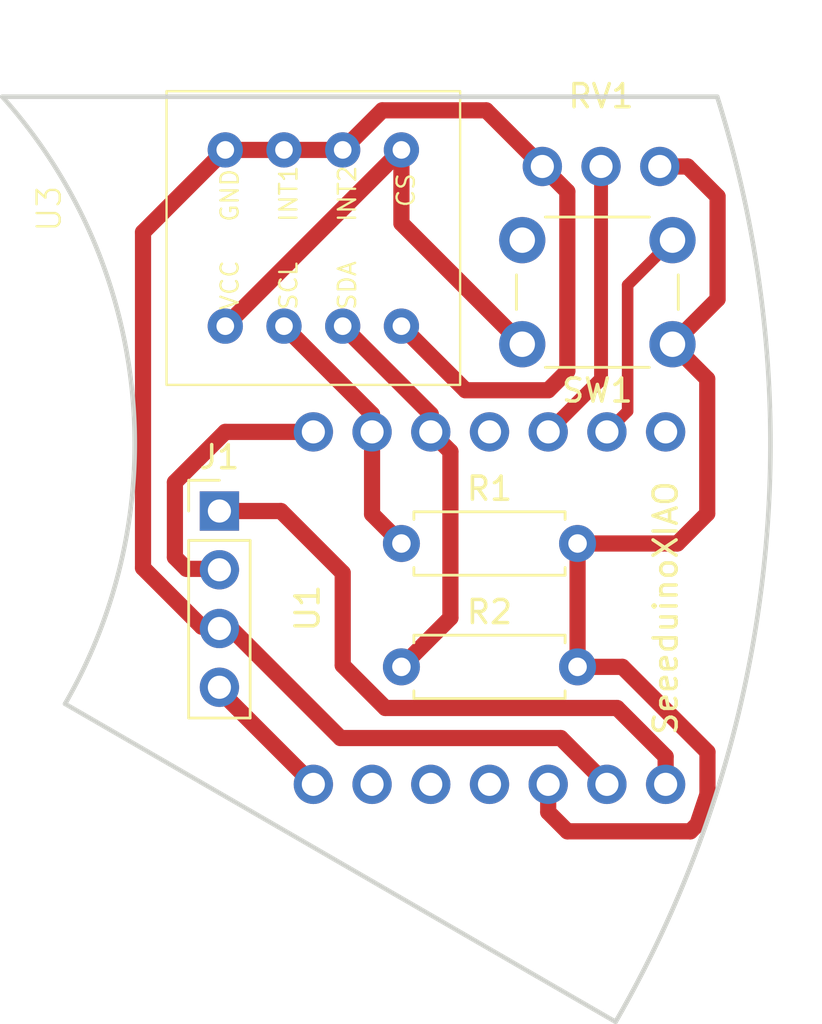
<source format=kicad_pcb>
(kicad_pcb (version 20221018) (generator pcbnew)
  (layers (0 "F.Cu" signal) (31 "B.Cu" signal) (34 "B.Paste" user) (35 "F.Paste" user) (36 "B.SilkS" user "B.Silkscreen") (37 "F.SilkS" user "F.Silkscreen") (38 "B.Mask" user) (39 "F.Mask" user) (44 "Edge.Cuts" user))
  (net 0 "")
  (net 1 "+5V")
  (net 2 "TX")
  (net 3 "GND")
  (net 4 "RX")
  (net 5 "SCL")
  (net 6 "+3V3")
  (net 7 "A1")
  (net 8 "A2")
  (net 14 "SDA")
  (footprint "Lib:L3GD20H_Module" (layer "F.Cu") (at 141.224 95.25 90)
    (fp_text reference "U3" (at 0 -12.7 90 unlocked) (layer "F.SilkS") (effects (font (thickness 0.1))))
    (fp_text value "~")
    (fp_text user "VCC" (at -4.445 -4.445 90 unlocked) (layer "F.SilkS") (effects (font (size 0.75 0.75) (thickness 0.1)) (justify left bottom)))
    (fp_text user "CS" (at 0 3.175 90 unlocked) (layer "F.SilkS") (effects (font (size 0.75 0.75) (thickness 0.1)) (justify left bottom)))
    (fp_text user "INT2" (at -0.635 0.635 90 unlocked) (layer "F.SilkS") (effects (font (size 0.75 0.75) (thickness 0.1)) (justify left bottom)))
    (fp_text user "GND" (at -0.635 -4.445 90 unlocked) (layer "F.SilkS") (effects (font (size 0.75 0.75) (thickness 0.1)) (justify left bottom)))
    (fp_text user "INT1" (at -0.635 -1.905 90 unlocked) (layer "F.SilkS") (effects (font (size 0.75 0.75) (thickness 0.1)) (justify left bottom)))
    (fp_text user "SDA" (at -4.445 0.635 90 unlocked) (layer "F.SilkS") (effects (font (size 0.75 0.75) (thickness 0.1)) (justify left bottom)))
    (fp_text user "SCL" (at -4.445 -1.905 90 unlocked) (layer "F.SilkS") (effects (font (size 0.75 0.75) (thickness 0.1)) (justify left bottom)))
    (fp_rect (start -7.62 5.08) (end 5.08 -7.62) (stroke (width 0.1)) (fill none) (layer "F.SilkS"))
    (pad "1" thru_hole circle (at -5.08 -5.08 90) (size 1.524 1.524) (drill 0.762) (layers "*.Cu" "*.Mask") (net 6 "+3V3"))
    (pad "2" thru_hole circle (at -5.08 -2.54 90) (size 1.524 1.524) (drill 0.762) (layers "*.Cu" "*.Mask") (net 5 "SCL"))
    (pad "3" thru_hole circle (at -5.08 0 90) (size 1.524 1.524) (drill 0.762) (layers "*.Cu" "*.Mask") (net 14 "SDA"))
    (pad "4" thru_hole circle (at -5.08 2.54 90) (size 1.524 1.524) (drill 0.762) (layers "*.Cu" "*.Mask") (net 3 "GND"))
    (pad "5" thru_hole circle (at 2.54 -5.08 90) (size 1.524 1.524) (drill 0.762) (layers "*.Cu" "*.Mask") (net 3 "GND"))
    (pad "6" thru_hole circle (at 2.54 -2.54 90) (size 1.524 1.524) (drill 0.762) (layers "*.Cu" "*.Mask") (net 3 "GND"))
    (pad "7" thru_hole circle (at 2.54 0 90) (size 1.524 1.524) (drill 0.762) (layers "*.Cu" "*.Mask") (net 3 "GND"))
    (pad "8" thru_hole circle (at 2.54 2.54 90) (size 1.524 1.524) (drill 0.762) (layers "*.Cu" "*.Mask") (net 6 "+3V3"))
  )
  (footprint "Lib:TA48033S" (layer "F.Cu") (at 152.4 90.886)
    (fp_text reference "RV1" (at 0 -0.5 unlocked) (layer "F.SilkS"))
    (fp_text value "R_Potentiometer_Trim_US")
    (pad "1" thru_hole circle (at -2.54 2.54) (size 1.7 1.7) (drill 1) (layers "*.Cu" "*.Mask") (net 3 "GND"))
    (pad "2" thru_hole circle (at 2.54 2.54) (size 1.7 1.7) (drill 1) (layers "*.Cu" "*.Mask") (net 6 "+3V3"))
    (pad "3" thru_hole circle (at 0 2.54) (size 1.7 1.7) (drill 1) (layers "*.Cu" "*.Mask") (net 7 "A1"))
  )
  (footprint "Resistor_THT:R_Axial_DIN0207_L6.3mm_D2.5mm_P7.62mm_Horizontal" (layer "F.Cu") (at 143.764 109.728)
    (fp_text reference "R1" (at 3.81 -2.37) (layer "F.SilkS"))
    (fp_text value "R")
    (fp_line (start 0.54 -1.37) (end 7.08 -1.37) (stroke (width 0.12)) (layer "F.SilkS"))
    (fp_line (start 0.54 -1.04) (end 0.54 -1.37) (stroke (width 0.12)) (layer "F.SilkS"))
    (fp_line (start 0.54 1.04) (end 0.54 1.37) (stroke (width 0.12)) (layer "F.SilkS"))
    (fp_line (start 0.54 1.37) (end 7.08 1.37) (stroke (width 0.12)) (layer "F.SilkS"))
    (fp_line (start 7.08 -1.37) (end 7.08 -1.04) (stroke (width 0.12)) (layer "F.SilkS"))
    (fp_line (start 7.08 1.37) (end 7.08 1.04) (stroke (width 0.12)) (layer "F.SilkS"))
    (pad "1" thru_hole circle (at 0 0) (size 1.6 1.6) (drill 0.8) (layers "*.Cu" "*.Mask") (net 5 "SCL"))
    (pad "2" thru_hole oval (at 7.62 0) (size 1.6 1.6) (drill 0.8) (layers "*.Cu" "*.Mask") (net 6 "+3V3"))
  )
  (footprint "Lib:seeeduinoXIAO" (layer "F.Cu") (at 147.574 112.522 90)
    (fp_text reference "U1" (at 0 -7.874 90) (layer "F.SilkS"))
    (fp_text value "SeeeduinoXIAO" (at 0 7.62 90) (layer "F.SilkS"))
    (pad "1" thru_hole circle (at 7.62 7.62 90) (size 1.7 1.7) (drill 1) (layers "*.Cu" "*.Mask"))
    (pad "2" thru_hole circle (at 7.62 5.08 90) (size 1.7 1.7) (drill 1) (layers "*.Cu" "*.Mask") (net 8 "A2"))
    (pad "3" thru_hole circle (at 7.62 2.54 90) (size 1.7 1.7) (drill 1) (layers "*.Cu" "*.Mask") (net 7 "A1"))
    (pad "4" thru_hole circle (at 7.62 0 90) (size 1.7 1.7) (drill 1) (layers "*.Cu" "*.Mask"))
    (pad "5" thru_hole circle (at 7.62 -2.54 90) (size 1.7 1.7) (drill 1) (layers "*.Cu" "*.Mask") (net 14 "SDA"))
    (pad "6" thru_hole circle (at 7.62 -5.08 90) (size 1.7 1.7) (drill 1) (layers "*.Cu" "*.Mask") (net 5 "SCL"))
    (pad "7" thru_hole circle (at 7.62 -7.62 90) (size 1.7 1.7) (drill 1) (layers "*.Cu" "*.Mask") (net 2 "TX"))
    (pad "8" thru_hole circle (at -7.62 -7.62 90) (size 1.7 1.7) (drill 1) (layers "*.Cu" "*.Mask") (net 4 "RX"))
    (pad "9" thru_hole circle (at -7.62 -5.08 90) (size 1.7 1.7) (drill 1) (layers "*.Cu" "*.Mask"))
    (pad "10" thru_hole circle (at -7.62 -2.54 90) (size 1.7 1.7) (drill 1) (layers "*.Cu" "*.Mask"))
    (pad "11" thru_hole circle (at -7.62 0 90) (size 1.7 1.7) (drill 1) (layers "*.Cu" "*.Mask"))
    (pad "12" thru_hole circle (at -7.62 2.54 90) (size 1.7 1.7) (drill 1) (layers "*.Cu" "*.Mask") (net 6 "+3V3"))
    (pad "13" thru_hole circle (at -7.62 5.08 90) (size 1.7 1.7) (drill 1) (layers "*.Cu" "*.Mask") (net 3 "GND"))
    (pad "14" thru_hole circle (at -7.62 7.62 90) (size 1.7 1.7) (drill 1) (layers "*.Cu" "*.Mask") (net 1 "+5V"))
  )
  (footprint "Connector_PinHeader_2.54mm:PinHeader_1x04_P2.54mm_Vertical" (layer "F.Cu") (at 135.89 108.324)
    (fp_text reference "J1" (at 0 -2.33) (layer "F.SilkS"))
    (fp_text value "Conn_01x04_Socket")
    (fp_line (start -1.33 -1.33) (end 0 -1.33) (stroke (width 0.12)) (layer "F.SilkS"))
    (fp_line (start -1.33 0) (end -1.33 -1.33) (stroke (width 0.12)) (layer "F.SilkS"))
    (fp_line (start -1.33 1.27) (end -1.33 8.95) (stroke (width 0.12)) (layer "F.SilkS"))
    (fp_line (start -1.33 1.27) (end 1.33 1.27) (stroke (width 0.12)) (layer "F.SilkS"))
    (fp_line (start -1.33 8.95) (end 1.33 8.95) (stroke (width 0.12)) (layer "F.SilkS"))
    (fp_line (start 1.33 1.27) (end 1.33 8.95) (stroke (width 0.12)) (layer "F.SilkS"))
    (pad "1" thru_hole rect (at 0 0) (size 1.7 1.7) (drill 1) (layers "*.Cu" "*.Mask") (net 1 "+5V"))
    (pad "2" thru_hole oval (at 0 2.54) (size 1.7 1.7) (drill 1) (layers "*.Cu" "*.Mask") (net 2 "TX"))
    (pad "3" thru_hole oval (at 0 5.08) (size 1.7 1.7) (drill 1) (layers "*.Cu" "*.Mask") (net 3 "GND"))
    (pad "4" thru_hole oval (at 0 7.62) (size 1.7 1.7) (drill 1) (layers "*.Cu" "*.Mask") (net 4 "RX"))
  )
  (footprint "Resistor_THT:R_Axial_DIN0207_L6.3mm_D2.5mm_P7.62mm_Horizontal" (layer "F.Cu") (at 143.764 115.062)
    (fp_text reference "R2" (at 3.81 -2.37) (layer "F.SilkS"))
    (fp_text value "R")
    (fp_line (start 0.54 -1.37) (end 7.08 -1.37) (stroke (width 0.12)) (layer "F.SilkS"))
    (fp_line (start 0.54 -1.04) (end 0.54 -1.37) (stroke (width 0.12)) (layer "F.SilkS"))
    (fp_line (start 0.54 1.04) (end 0.54 1.37) (stroke (width 0.12)) (layer "F.SilkS"))
    (fp_line (start 0.54 1.37) (end 7.08 1.37) (stroke (width 0.12)) (layer "F.SilkS"))
    (fp_line (start 7.08 -1.37) (end 7.08 -1.04) (stroke (width 0.12)) (layer "F.SilkS"))
    (fp_line (start 7.08 1.37) (end 7.08 1.04) (stroke (width 0.12)) (layer "F.SilkS"))
    (pad "1" thru_hole circle (at 0 0) (size 1.6 1.6) (drill 0.8) (layers "*.Cu" "*.Mask") (net 14 "SDA"))
    (pad "2" thru_hole oval (at 7.62 0) (size 1.6 1.6) (drill 0.8) (layers "*.Cu" "*.Mask") (net 6 "+3V3"))
  )
  (footprint "Button_Switch_THT:SW_PUSH_6mm_H7.3mm" (layer "F.Cu") (at 155.491251 101.111731 180)
    (fp_text reference "SW1" (at 3.25 -2) (layer "F.SilkS"))
    (fp_text value "SW_Push")
    (fp_line (start -0.25 1.5) (end -0.25 3) (stroke (width 0.12)) (layer "F.SilkS"))
    (fp_line (start 1 5.5) (end 5.5 5.5) (stroke (width 0.12)) (layer "F.SilkS"))
    (fp_line (start 5.5 -1) (end 1 -1) (stroke (width 0.12)) (layer "F.SilkS"))
    (fp_line (start 6.75 3) (end 6.75 1.5) (stroke (width 0.12)) (layer "F.SilkS"))
    (pad "1" thru_hole circle (at 0 0 270) (size 2 2) (drill 1.1) (layers "*.Cu" "*.Mask") (net 6 "+3V3"))
    (pad "1" thru_hole circle (at 6.5 0 270) (size 2 2) (drill 1.1) (layers "*.Cu" "*.Mask") (net 6 "+3V3"))
    (pad "2" thru_hole circle (at 0 4.5 270) (size 2 2) (drill 1.1) (layers "*.Cu" "*.Mask") (net 8 "A2"))
    (pad "2" thru_hole circle (at 6.5 4.5 270) (size 2 2) (drill 1.1) (layers "*.Cu" "*.Mask") (net 8 "A2"))
  )
  (gr_line (start 157.42496 90.41) (end 126.49851 90.41) (stroke (width 0.2)) (layer "Edge.Cuts"))
  (gr_arc (start 126.49851 90.41) (mid 132.108605 103.095153) (end 129.213572 116.66) (stroke (width 0.2)) (layer "Edge.Cuts"))
  (gr_arc (start 157.42496 90.41) (mid 159.4288 110.871733) (end 153.02927 130.41) (stroke (width 0.2)) (layer "Edge.Cuts"))
  (gr_line (start 129.213572 116.66) (end 153.02927 130.41) (stroke (width 0.2)) (layer "Edge.Cuts"))
  (segment (start 155.194 120.142) (end 155.194 118.939919) (width 0.7) (layer "F.Cu") (net 1))
  (segment (start 155.194 118.939919) (end 153.094081 116.84) (width 0.7) (layer "F.Cu") (net 1))
  (segment (start 138.55 108.324) (end 135.89 108.324) (width 0.7) (layer "F.Cu") (net 1))
  (segment (start 141.224 110.998) (end 138.55 108.324) (width 0.7) (layer "F.Cu") (net 1))
  (segment (start 141.224 114.996874) (end 141.224 110.998) (width 0.7) (layer "F.Cu") (net 1))
  (segment (start 143.067126 116.84) (end 141.224 114.996874) (width 0.7) (layer "F.Cu") (net 1))
  (segment (start 153.094081 116.84) (end 143.067126 116.84) (width 0.7) (layer "F.Cu") (net 1))
  (segment (start 134.465 110.824) (end 133.965 110.324) (width 0.7) (layer "F.Cu") (net 2))
  (segment (start 133.965 107.081) (end 136.144 104.902) (width 0.7) (layer "F.Cu") (net 2))
  (segment (start 136.144 104.902) (end 139.954 104.902) (width 0.7) (layer "F.Cu") (net 2))
  (segment (start 133.965 110.324) (end 133.965 107.081) (width 0.7) (layer "F.Cu") (net 2))
  (segment (start 135.89 110.824) (end 134.465 110.824) (width 0.7) (layer "F.Cu") (net 2))
  (segment (start 146.536 103.102) (end 143.764 100.33) (width 0.7) (layer "F.Cu") (net 3))
  (segment (start 136.314584 113.324) (end 135.89 113.324) (width 0.7) (layer "F.Cu") (net 3))
  (segment (start 135.89 113.324) (end 135.126522 113.324) (width 0.7) (layer "F.Cu") (net 3))
  (segment (start 136.144 92.71) (end 138.684 92.71) (width 0.7) (layer "F.Cu") (net 3))
  (segment (start 150.941251 94.507251) (end 150.941251 102.274749) (width 0.7) (layer "F.Cu") (net 3))
  (segment (start 150.114 103.102) (end 146.536 103.102) (width 0.7) (layer "F.Cu") (net 3))
  (segment (start 152.654 120.136415) (end 150.657585 118.14) (width 0.7) (layer "F.Cu") (net 3))
  (segment (start 147.432 90.998) (end 149.86 93.426) (width 0.7) (layer "F.Cu") (net 3))
  (segment (start 132.585524 110.783002) (end 132.585524 96.268476) (width 0.7) (layer "F.Cu") (net 3))
  (segment (start 141.224 92.71) (end 142.936 90.998) (width 0.7) (layer "F.Cu") (net 3))
  (segment (start 149.86 93.426) (end 150.941251 94.507251) (width 0.7) (layer "F.Cu") (net 3))
  (segment (start 138.684 92.71) (end 141.224 92.71) (width 0.7) (layer "F.Cu") (net 3))
  (segment (start 141.130584 118.14) (end 136.314584 113.324) (width 0.7) (layer "F.Cu") (net 3))
  (segment (start 132.585524 96.268476) (end 136.144 92.71) (width 0.7) (layer "F.Cu") (net 3))
  (segment (start 152.654 120.142) (end 152.654 120.136415) (width 0.7) (layer "F.Cu") (net 3))
  (segment (start 150.657585 118.14) (end 141.130584 118.14) (width 0.7) (layer "F.Cu") (net 3))
  (segment (start 142.936 90.998) (end 147.432 90.998) (width 0.7) (layer "F.Cu") (net 3))
  (segment (start 135.126522 113.324) (end 132.585524 110.783002) (width 0.7) (layer "F.Cu") (net 3))
  (segment (start 150.941251 102.274749) (end 150.114 103.102) (width 0.7) (layer "F.Cu") (net 3))
  (segment (start 135.89 115.824) (end 135.89 116.078) (width 0.7) (layer "F.Cu") (net 4))
  (segment (start 135.89 116.078) (end 139.954 120.142) (width 0.7) (layer "F.Cu") (net 4))
  (segment (start 142.494 108.458) (end 143.764 109.728) (width 0.7) (layer "F.Cu") (net 5))
  (segment (start 142.494 104.14) (end 142.494 104.902) (width 0.7) (layer "F.Cu") (net 5))
  (segment (start 142.494 104.902) (end 142.494 108.458) (width 0.7) (layer "F.Cu") (net 5))
  (segment (start 138.684 100.33) (end 142.494 104.14) (width 0.7) (layer "F.Cu") (net 5))
  (segment (start 156.567327 121.870716) (end 156.264043 122.174) (width 0.7) (layer "F.Cu") (net 6))
  (segment (start 156.264043 122.174) (end 150.943919 122.174) (width 0.7) (layer "F.Cu") (net 6))
  (segment (start 156.994 102.61448) (end 156.994 108.436) (width 0.7) (layer "F.Cu") (net 6))
  (segment (start 150.114 121.344081) (end 150.114 120.142) (width 0.7) (layer "F.Cu") (net 6))
  (segment (start 157.003504 118.74246) (end 157.003504 120.570492) (width 0.7) (layer "F.Cu") (net 6))
  (segment (start 151.384 109.728) (end 151.384 115.062) (width 0.7) (layer "F.Cu") (net 6))
  (segment (start 154.94 93.426) (end 156.142081 93.426) (width 0.7) (layer "F.Cu") (net 6))
  (segment (start 156.142081 93.426) (end 157.441251 94.72517) (width 0.7) (layer "F.Cu") (net 6))
  (segment (start 157.441251 99.161731) (end 155.491251 101.111731) (width 0.7) (layer "F.Cu") (net 6))
  (segment (start 143.764 92.71) (end 136.144 100.33) (width 0.7) (layer "F.Cu") (net 6))
  (segment (start 143.764 95.88448) (end 148.991251 101.111731) (width 0.7) (layer "F.Cu") (net 6))
  (segment (start 143.764 92.71) (end 143.764 95.88448) (width 0.7) (layer "F.Cu") (net 6))
  (segment (start 155.491251 101.111731) (end 156.994 102.61448) (width 0.7) (layer "F.Cu") (net 6))
  (segment (start 150.943919 122.174) (end 150.114 121.344081) (width 0.7) (layer "F.Cu") (net 6))
  (segment (start 151.384 115.062) (end 153.323044 115.062) (width 0.7) (layer "F.Cu") (net 6))
  (segment (start 155.702 109.728) (end 151.384 109.728) (width 0.7) (layer "F.Cu") (net 6))
  (segment (start 153.323044 115.062) (end 157.003504 118.74246) (width 0.7) (layer "F.Cu") (net 6))
  (segment (start 157.003504 120.570492) (end 156.567327 121.870716) (width 0.7) (layer "F.Cu") (net 6))
  (segment (start 156.994 108.436) (end 155.702 109.728) (width 0.7) (layer "F.Cu") (net 6))
  (segment (start 157.441251 94.72517) (end 157.441251 99.161731) (width 0.7) (layer "F.Cu") (net 6))
  (segment (start 152.4 93.426) (end 152.4 102.616) (width 0.6) (layer "F.Cu") (net 7))
  (segment (start 152.4 102.616) (end 150.114 104.902) (width 0.6) (layer "F.Cu") (net 7))
  (segment (start 153.55 98.552982) (end 153.55 104.006) (width 0.5) (layer "F.Cu") (net 8))
  (segment (start 155.491251 96.611731) (end 153.55 98.552982) (width 0.5) (layer "F.Cu") (net 8))
  (segment (start 153.55 104.006) (end 152.654 104.902) (width 0.5) (layer "F.Cu") (net 8))
  (segment (start 145.034 104.902) (end 145.884 105.752) (width 0.7) (layer "F.Cu") (net 14))
  (segment (start 145.884 112.942) (end 143.764 115.062) (width 0.7) (layer "F.Cu") (net 14))
  (segment (start 141.224 100.33) (end 145.034 104.14) (width 0.7) (layer "F.Cu") (net 14))
  (segment (start 145.034 104.14) (end 145.034 104.902) (width 0.7) (layer "F.Cu") (net 14))
  (segment (start 145.884 105.752) (end 145.884 112.942) (width 0.7) (layer "F.Cu") (net 14))
)
</source>
